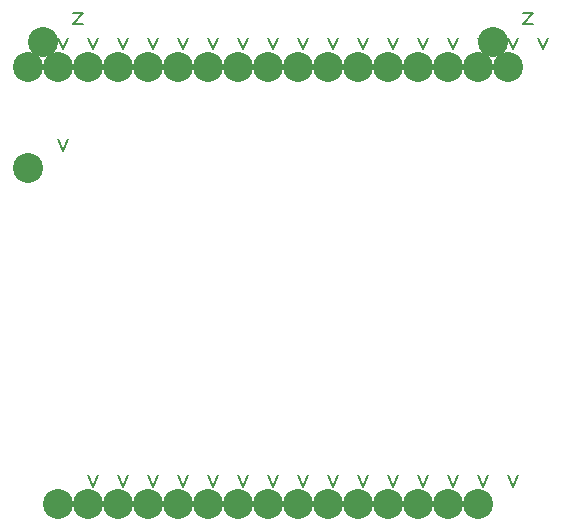
<source format=gbr>
G04 DesignSpark PCB Gerber Version 10.0 Build 5299*
%FSLAX35Y35*%
%MOIN*%
%ADD10C,0.00500*%
%ADD83C,0.10000*%
X0Y0D02*
D02*
D10*
X40250Y133687D02*
X41813Y129937D01*
X43375Y133687D01*
X40250Y167437D02*
X41813Y163687D01*
X43375Y167437D01*
X45250Y175821D02*
X48375D01*
X45250Y172071D01*
X48375D01*
X50250Y21687D02*
X51813Y17937D01*
X53375Y21687D01*
X50250Y167437D02*
X51813Y163687D01*
X53375Y167437D01*
X60250Y21687D02*
X61813Y17937D01*
X63375Y21687D01*
X60250Y167437D02*
X61813Y163687D01*
X63375Y167437D01*
X70250Y21687D02*
X71813Y17937D01*
X73375Y21687D01*
X70250Y167437D02*
X71813Y163687D01*
X73375Y167437D01*
X80250Y21687D02*
X81813Y17937D01*
X83375Y21687D01*
X80250Y167437D02*
X81813Y163687D01*
X83375Y167437D01*
X90250Y21687D02*
X91813Y17937D01*
X93375Y21687D01*
X90250Y167437D02*
X91813Y163687D01*
X93375Y167437D01*
X100250Y21687D02*
X101813Y17937D01*
X103375Y21687D01*
X100250Y167437D02*
X101813Y163687D01*
X103375Y167437D01*
X110250Y21687D02*
X111813Y17937D01*
X113375Y21687D01*
X110250Y167437D02*
X111813Y163687D01*
X113375Y167437D01*
X120250Y21687D02*
X121813Y17937D01*
X123375Y21687D01*
X120250Y167437D02*
X121813Y163687D01*
X123375Y167437D01*
X130250Y21687D02*
X131813Y17937D01*
X133375Y21687D01*
X130250Y167437D02*
X131813Y163687D01*
X133375Y167437D01*
X140250Y21687D02*
X141813Y17937D01*
X143375Y21687D01*
X140250Y167437D02*
X141813Y163687D01*
X143375Y167437D01*
X150250Y21687D02*
X151813Y17937D01*
X153375Y21687D01*
X150250Y167437D02*
X151813Y163687D01*
X153375Y167437D01*
X160250Y21687D02*
X161813Y17937D01*
X163375Y21687D01*
X160250Y167437D02*
X161813Y163687D01*
X163375Y167437D01*
X170250Y21687D02*
X171813Y17937D01*
X173375Y21687D01*
X170250Y167437D02*
X171813Y163687D01*
X173375Y167437D01*
X180250Y21687D02*
X181813Y17937D01*
X183375Y21687D01*
X180250Y167437D02*
X181813Y163687D01*
X183375Y167437D01*
X190250Y21687D02*
X191813Y17937D01*
X193375Y21687D01*
X190250Y167437D02*
X191813Y163687D01*
X193375Y167437D01*
X195250Y175821D02*
X198375D01*
X195250Y172071D01*
X198375D01*
X200250Y167437D02*
X201813Y163687D01*
X203375Y167437D01*
D02*
D83*
X30250Y124000D03*
Y157750D03*
X35250Y166134D03*
X40250Y12000D03*
Y157750D03*
X50250Y12000D03*
Y157750D03*
X60250Y12000D03*
Y157750D03*
X70250Y12000D03*
Y157750D03*
X80250Y12000D03*
Y157750D03*
X90250Y12000D03*
Y157750D03*
X100250Y12000D03*
Y157750D03*
X110250Y12000D03*
Y157750D03*
X120250Y12000D03*
Y157750D03*
X130250Y12000D03*
Y157750D03*
X140250Y12000D03*
Y157750D03*
X150250Y12000D03*
Y157750D03*
X160250Y12000D03*
Y157750D03*
X170250Y12000D03*
Y157750D03*
X180250Y12000D03*
Y157750D03*
X185250Y166134D03*
X190250Y157750D03*
X0Y0D02*
M02*

</source>
